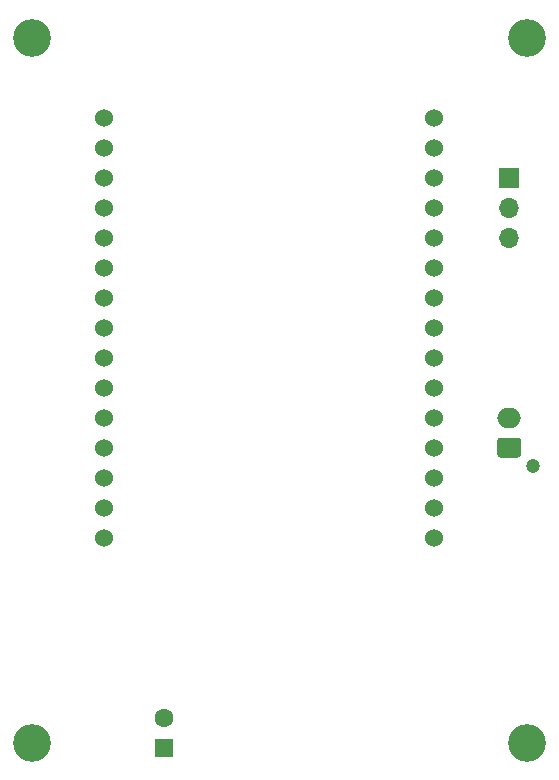
<source format=gbs>
%TF.GenerationSoftware,KiCad,Pcbnew,(5.1.10)-1*%
%TF.CreationDate,2021-09-02T19:06:41+08:00*%
%TF.ProjectId,nodemcu_board,6e6f6465-6d63-4755-9f62-6f6172642e6b,rev?*%
%TF.SameCoordinates,Original*%
%TF.FileFunction,Soldermask,Bot*%
%TF.FilePolarity,Negative*%
%FSLAX46Y46*%
G04 Gerber Fmt 4.6, Leading zero omitted, Abs format (unit mm)*
G04 Created by KiCad (PCBNEW (5.1.10)-1) date 2021-09-02 19:06:41*
%MOMM*%
%LPD*%
G01*
G04 APERTURE LIST*
%ADD10C,3.200000*%
%ADD11C,1.600000*%
%ADD12R,1.600000X1.600000*%
%ADD13C,1.200000*%
%ADD14O,2.000000X1.700000*%
%ADD15O,1.700000X1.700000*%
%ADD16R,1.700000X1.700000*%
%ADD17C,1.524000*%
G04 APERTURE END LIST*
D10*
%TO.C,REF\u002A\u002A*%
X121920000Y-64770000D03*
%TD*%
%TO.C,REF\u002A\u002A*%
X163830000Y-64770000D03*
%TD*%
%TO.C,REF\u002A\u002A*%
X121920000Y-124460000D03*
%TD*%
%TO.C,REF\u002A\u002A*%
X163830000Y-124460000D03*
%TD*%
D11*
%TO.C,C1*%
X133096000Y-122388000D03*
D12*
X133096000Y-124888000D03*
%TD*%
D13*
%TO.C,D1*%
X164306000Y-101088000D03*
D14*
X162306000Y-96988000D03*
G36*
G01*
X163056000Y-100338000D02*
X161556000Y-100338000D01*
G75*
G02*
X161306000Y-100088000I0J250000D01*
G01*
X161306000Y-98888000D01*
G75*
G02*
X161556000Y-98638000I250000J0D01*
G01*
X163056000Y-98638000D01*
G75*
G02*
X163306000Y-98888000I0J-250000D01*
G01*
X163306000Y-100088000D01*
G75*
G02*
X163056000Y-100338000I-250000J0D01*
G01*
G37*
%TD*%
D15*
%TO.C,J2*%
X162306000Y-81708000D03*
X162306000Y-79168000D03*
D16*
X162306000Y-76628000D03*
%TD*%
D17*
%TO.C,U1*%
X128016000Y-74088000D03*
X128016000Y-76628000D03*
X128016000Y-79168000D03*
X128016000Y-81708000D03*
X128016000Y-84248000D03*
X128016000Y-86788000D03*
X128016000Y-89328000D03*
X128016000Y-91868000D03*
X128016000Y-94408000D03*
X128016000Y-96948000D03*
X128016000Y-99488000D03*
X128016000Y-102028000D03*
X128016000Y-104568000D03*
X128016000Y-107108000D03*
X155956000Y-71548000D03*
X155956000Y-74088000D03*
X155956000Y-76628000D03*
X155956000Y-79168000D03*
X155956000Y-81708000D03*
X155956000Y-84248000D03*
X155956000Y-86788000D03*
X155956000Y-89328000D03*
X155956000Y-91868000D03*
X155956000Y-94408000D03*
X155956000Y-96948000D03*
X155956000Y-99488000D03*
X155956000Y-102028000D03*
X155956000Y-104568000D03*
X155956000Y-107108000D03*
X128016000Y-71548000D03*
%TD*%
M02*

</source>
